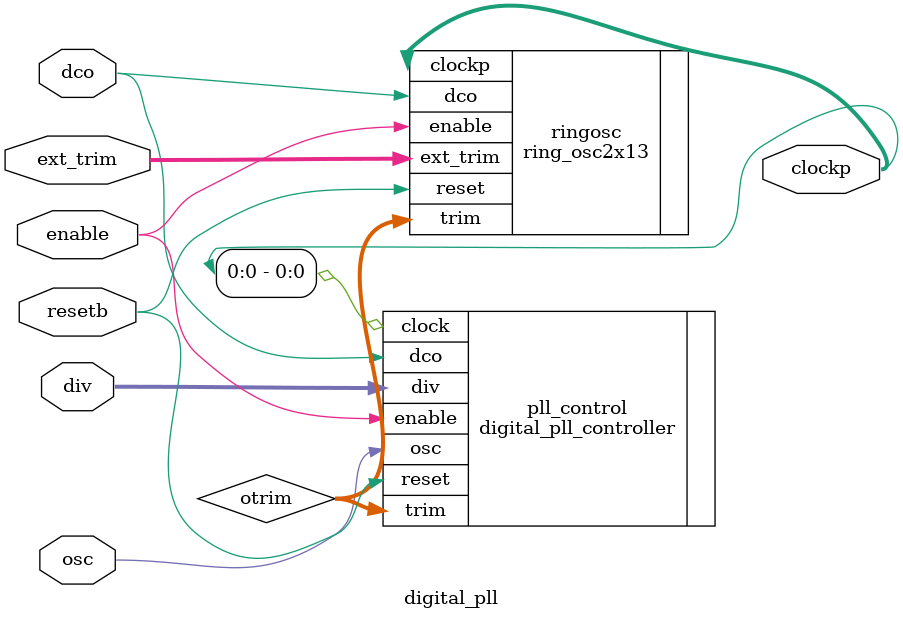
<source format=v>

`default_nettype none

module digital_pll(
`ifdef USE_POWER_PINS
    VDD,
    VSS,
`endif
    resetb, enable, osc, clockp, div, dco, ext_trim);

`ifdef USE_POWER_PINS
    input VDD;
    input VSS;
`endif

    input	 resetb;	// Sense negative reset
    input	 enable;	// Enable PLL
    input	 osc;		// Input oscillator to match
    input [4:0]	 div;		// PLL feedback division ratio
    input 	 dco;		// Run in DCO mode
    input [25:0] ext_trim;	// External trim for DCO mode

    output [1:0] clockp;	// Two 90 degree clock phases

    wire [25:0] otrim;		// Trim bits from controller

    ring_osc2x13 ringosc (
        .reset(resetb),
        .enable(enable),
        .dco(dco),
        .ext_trim(ext_trim),
        .trim(otrim),
        .clockp(clockp)
    );

    digital_pll_controller pll_control (
        .reset(resetb),
        .enable(enable),
        .clock(clockp[0]),
        .osc(osc),
        .div(div),
        .dco(dco),
        .trim(otrim)
    );

endmodule
`default_nettype wire

</source>
